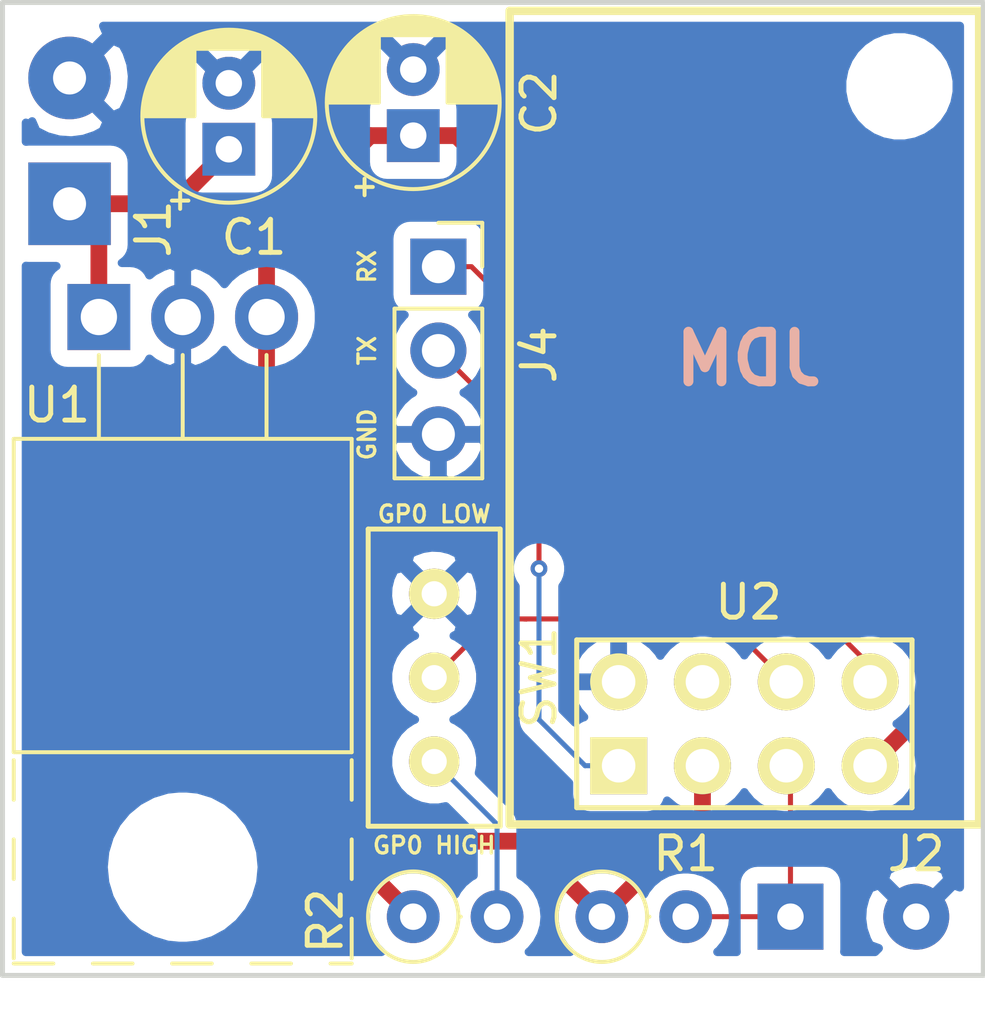
<source format=kicad_pcb>
(kicad_pcb (version 20171130) (host pcbnew "(5.1.4-0-10_14)")

  (general
    (thickness 1.6)
    (drawings 10)
    (tracks 41)
    (zones 0)
    (modules 11)
    (nets 10)
  )

  (page A4)
  (layers
    (0 F.Cu signal)
    (31 B.Cu signal)
    (34 B.Paste user)
    (35 F.Paste user)
    (36 B.SilkS user)
    (37 F.SilkS user)
    (38 B.Mask user)
    (39 F.Mask user)
    (40 Dwgs.User user)
    (41 Cmts.User user)
    (42 Eco1.User user)
    (43 Eco2.User user)
    (44 Edge.Cuts user)
    (45 Margin user)
    (46 B.CrtYd user)
    (47 F.CrtYd user)
  )

  (setup
    (last_trace_width 0.508)
    (user_trace_width 0.254)
    (user_trace_width 0.381)
    (user_trace_width 0.508)
    (user_trace_width 0.8128)
    (trace_clearance 0.1524)
    (zone_clearance 0.508)
    (zone_45_only yes)
    (trace_min 0.1524)
    (via_size 0.508)
    (via_drill 0.254)
    (via_min_size 0.508)
    (via_min_drill 0.254)
    (uvia_size 0.508)
    (uvia_drill 0.254)
    (uvias_allowed no)
    (uvia_min_size 0.508)
    (uvia_min_drill 0.254)
    (edge_width 0.15)
    (segment_width 0.2)
    (pcb_text_width 0.3)
    (pcb_text_size 1.5 1.5)
    (mod_edge_width 0.15)
    (mod_text_size 1 1)
    (mod_text_width 0.15)
    (pad_size 1.524 1.524)
    (pad_drill 0.762)
    (pad_to_mask_clearance 0.0508)
    (solder_mask_min_width 0.1016)
    (aux_axis_origin 0 0)
    (visible_elements FFFFFF7F)
    (pcbplotparams
      (layerselection 0x010fc_ffffffff)
      (usegerberextensions false)
      (usegerberattributes false)
      (usegerberadvancedattributes false)
      (creategerberjobfile false)
      (excludeedgelayer true)
      (linewidth 0.100000)
      (plotframeref false)
      (viasonmask false)
      (mode 1)
      (useauxorigin false)
      (hpglpennumber 1)
      (hpglpenspeed 20)
      (hpglpendiameter 15.000000)
      (psnegative false)
      (psa4output false)
      (plotreference true)
      (plotvalue true)
      (plotinvisibletext false)
      (padsonsilk false)
      (subtractmaskfromsilk false)
      (outputformat 1)
      (mirror false)
      (drillshape 1)
      (scaleselection 1)
      (outputdirectory ""))
  )

  (net 0 "")
  (net 1 GND)
  (net 2 VCC)
  (net 3 +3V3)
  (net 4 /RX)
  (net 5 /TX)
  (net 6 "Net-(R2-Pad2)")
  (net 7 "Net-(SW1-Pad2)")
  (net 8 "Net-(U2-Pad4)")
  (net 9 "Net-(J2-Pad1)")

  (net_class Default "This is the default net class."
    (clearance 0.1524)
    (trace_width 0.1524)
    (via_dia 0.508)
    (via_drill 0.254)
    (uvia_dia 0.508)
    (uvia_drill 0.254)
    (diff_pair_width 0.1524)
    (diff_pair_gap 0.1524)
    (add_net +3V3)
    (add_net /RX)
    (add_net /TX)
    (add_net GND)
    (add_net "Net-(J2-Pad1)")
    (add_net "Net-(R2-Pad2)")
    (add_net "Net-(SW1-Pad2)")
    (add_net "Net-(U2-Pad4)")
    (add_net VCC)
  )

  (module Connector_PinSocket_2.54mm:PinSocket_1x03_P2.54mm_Vertical (layer F.Cu) (tedit 5A19A429) (tstamp 5DDF75F8)
    (at 126.492 93.091)
    (descr "Through hole straight socket strip, 1x03, 2.54mm pitch, single row (from Kicad 4.0.7), script generated")
    (tags "Through hole socket strip THT 1x03 2.54mm single row")
    (path /5DDF2A3C)
    (fp_text reference J4 (at 3.048 2.667 90) (layer F.SilkS)
      (effects (font (size 1 1) (thickness 0.15)))
    )
    (fp_text value Conn_01x03_Female (at 0 7.85) (layer F.Fab)
      (effects (font (size 1 1) (thickness 0.15)))
    )
    (fp_text user %R (at 0 2.54 90) (layer F.Fab)
      (effects (font (size 1 1) (thickness 0.15)))
    )
    (fp_line (start -1.8 6.85) (end -1.8 -1.8) (layer F.CrtYd) (width 0.05))
    (fp_line (start 1.75 6.85) (end -1.8 6.85) (layer F.CrtYd) (width 0.05))
    (fp_line (start 1.75 -1.8) (end 1.75 6.85) (layer F.CrtYd) (width 0.05))
    (fp_line (start -1.8 -1.8) (end 1.75 -1.8) (layer F.CrtYd) (width 0.05))
    (fp_line (start 0 -1.33) (end 1.33 -1.33) (layer F.SilkS) (width 0.12))
    (fp_line (start 1.33 -1.33) (end 1.33 0) (layer F.SilkS) (width 0.12))
    (fp_line (start 1.33 1.27) (end 1.33 6.41) (layer F.SilkS) (width 0.12))
    (fp_line (start -1.33 6.41) (end 1.33 6.41) (layer F.SilkS) (width 0.12))
    (fp_line (start -1.33 1.27) (end -1.33 6.41) (layer F.SilkS) (width 0.12))
    (fp_line (start -1.33 1.27) (end 1.33 1.27) (layer F.SilkS) (width 0.12))
    (fp_line (start -1.27 6.35) (end -1.27 -1.27) (layer F.Fab) (width 0.1))
    (fp_line (start 1.27 6.35) (end -1.27 6.35) (layer F.Fab) (width 0.1))
    (fp_line (start 1.27 -0.635) (end 1.27 6.35) (layer F.Fab) (width 0.1))
    (fp_line (start 0.635 -1.27) (end 1.27 -0.635) (layer F.Fab) (width 0.1))
    (fp_line (start -1.27 -1.27) (end 0.635 -1.27) (layer F.Fab) (width 0.1))
    (pad 3 thru_hole oval (at 0 5.08) (size 1.7 1.7) (drill 1) (layers *.Cu *.Mask)
      (net 1 GND))
    (pad 2 thru_hole oval (at 0 2.54) (size 1.7 1.7) (drill 1) (layers *.Cu *.Mask)
      (net 5 /TX))
    (pad 1 thru_hole rect (at 0 0) (size 1.7 1.7) (drill 1) (layers *.Cu *.Mask)
      (net 4 /RX))
    (model ${KISYS3DMOD}/Connector_PinSocket_2.54mm.3dshapes/PinSocket_1x03_P2.54mm_Vertical.wrl
      (at (xyz 0 0 0))
      (scale (xyz 1 1 1))
      (rotate (xyz 0 0 0))
    )
  )

  (module Connector_Wire:SolderWirePad_1x02_P3.81mm_Drill1mm (layer F.Cu) (tedit 5AEE5F04) (tstamp 5D52828F)
    (at 115.316 91.186 90)
    (descr "Wire solder connection")
    (tags connector)
    (path /5D54C729)
    (attr virtual)
    (fp_text reference J1 (at -0.762 2.54 90) (layer F.SilkS)
      (effects (font (size 1 1) (thickness 0.15)))
    )
    (fp_text value Conn_01x02 (at 1.905 3.81 90) (layer F.Fab)
      (effects (font (size 1 1) (thickness 0.15)))
    )
    (fp_line (start 5.56 1.75) (end -1.74 1.75) (layer F.CrtYd) (width 0.05))
    (fp_line (start 5.56 1.75) (end 5.56 -1.75) (layer F.CrtYd) (width 0.05))
    (fp_line (start -1.74 -1.75) (end -1.74 1.75) (layer F.CrtYd) (width 0.05))
    (fp_line (start -1.74 -1.75) (end 5.56 -1.75) (layer F.CrtYd) (width 0.05))
    (fp_text user %R (at 1.905 0 90) (layer F.Fab)
      (effects (font (size 1 1) (thickness 0.15)))
    )
    (pad 2 thru_hole circle (at 3.81 0 90) (size 2.49936 2.49936) (drill 1.00076) (layers *.Cu *.Mask)
      (net 1 GND))
    (pad 1 thru_hole rect (at 0 0 90) (size 2.49936 2.49936) (drill 1.00076) (layers *.Cu *.Mask)
      (net 2 VCC))
  )

  (module Connector_Wire:SolderWirePad_1x02_P3.81mm_Drill0.8mm (layer F.Cu) (tedit 5AEE54BF) (tstamp 5D52829A)
    (at 137.16 112.776)
    (descr "Wire solder connection")
    (tags connector)
    (path /5D54BDDD)
    (attr virtual)
    (fp_text reference J2 (at 3.81 -1.905 180) (layer F.SilkS)
      (effects (font (size 1 1) (thickness 0.15)))
    )
    (fp_text value Conn_01x02 (at 1.905 2.54) (layer F.Fab)
      (effects (font (size 1 1) (thickness 0.15)))
    )
    (fp_line (start 5.31 1.5) (end -1.49 1.5) (layer F.CrtYd) (width 0.05))
    (fp_line (start 5.31 1.5) (end 5.31 -1.5) (layer F.CrtYd) (width 0.05))
    (fp_line (start -1.49 -1.5) (end -1.49 1.5) (layer F.CrtYd) (width 0.05))
    (fp_line (start -1.49 -1.5) (end 5.31 -1.5) (layer F.CrtYd) (width 0.05))
    (fp_text user %R (at 1.905 0) (layer F.Fab)
      (effects (font (size 1 1) (thickness 0.15)))
    )
    (pad 2 thru_hole circle (at 3.81 0) (size 1.99898 1.99898) (drill 0.8001) (layers *.Cu *.Mask)
      (net 1 GND))
    (pad 1 thru_hole rect (at 0 0) (size 1.99898 1.99898) (drill 0.8001) (layers *.Cu *.Mask)
      (net 9 "Net-(J2-Pad1)"))
  )

  (module MountingHole:MountingHole_2.2mm_M2_DIN965 (layer F.Cu) (tedit 56D1B4CB) (tstamp 5D51A530)
    (at 140.462 87.63)
    (descr "Mounting Hole 2.2mm, no annular, M2, DIN965")
    (tags "mounting hole 2.2mm no annular m2 din965")
    (attr virtual)
    (fp_text reference REF** (at -2.54 0 90) (layer F.SilkS) hide
      (effects (font (size 1 1) (thickness 0.15)))
    )
    (fp_text value MountingHole_2.2mm_M2_DIN965 (at 0 2.9) (layer F.Fab)
      (effects (font (size 1 1) (thickness 0.15)))
    )
    (fp_circle (center 0 0) (end 2.15 0) (layer F.CrtYd) (width 0.05))
    (fp_circle (center 0 0) (end 1.9 0) (layer Cmts.User) (width 0.15))
    (fp_text user %R (at 0.3 0) (layer F.Fab)
      (effects (font (size 1 1) (thickness 0.15)))
    )
    (pad 1 np_thru_hole circle (at 0 0) (size 2.2 2.2) (drill 2.2) (layers *.Cu *.Mask))
  )

  (module ESP8266:ESP-01 (layer F.Cu) (tedit 577EF889) (tstamp 5DDF813C)
    (at 131.953 108.204 90)
    (descr "Module, ESP-8266, ESP-01, 8 pin")
    (tags "Module ESP-8266 ESP8266")
    (path /5D50807A)
    (fp_text reference U2 (at 4.953 3.937 180) (layer F.SilkS)
      (effects (font (size 1 1) (thickness 0.15)))
    )
    (fp_text value ESP-01v090 (at 12.192 3.556 90) (layer F.Fab)
      (effects (font (size 1 1) (thickness 0.15)))
    )
    (fp_line (start 3.81 -1.27) (end 1.27 -1.27) (layer F.SilkS) (width 0.1524))
    (fp_line (start 3.81 8.89) (end 3.81 -1.27) (layer F.SilkS) (width 0.1524))
    (fp_line (start -1.27 8.89) (end 3.81 8.89) (layer F.SilkS) (width 0.1524))
    (fp_line (start -1.27 1.27) (end -1.27 8.89) (layer F.SilkS) (width 0.1524))
    (fp_line (start -1.75 9.4) (end 4.3 9.4) (layer F.CrtYd) (width 0.05))
    (fp_line (start -1.75 -1.75) (end 4.3 -1.75) (layer F.CrtYd) (width 0.05))
    (fp_line (start 4.3 -1.75) (end 4.3 9.4) (layer F.CrtYd) (width 0.05))
    (fp_line (start -1.75 -1.75) (end -1.75 9.4) (layer F.CrtYd) (width 0.05))
    (fp_line (start -1.27 -1.27) (end -1.27 1.27) (layer F.SilkS) (width 0.1524))
    (fp_line (start 1.27 -1.27) (end -1.27 -1.27) (layer F.SilkS) (width 0.1524))
    (fp_line (start -1.778 10.922) (end -1.778 -3.302) (layer F.Fab) (width 0.05))
    (fp_line (start 22.86 10.922) (end -1.778 10.922) (layer F.Fab) (width 0.05))
    (fp_line (start 22.86 -3.302) (end 22.86 10.922) (layer F.Fab) (width 0.05))
    (fp_line (start -1.778 -3.302) (end 22.86 -3.302) (layer F.Fab) (width 0.05))
    (fp_line (start -1.778 10.922) (end -1.778 -3.302) (layer F.SilkS) (width 0.254))
    (fp_line (start 22.86 10.922) (end -1.778 10.922) (layer F.SilkS) (width 0.254))
    (fp_line (start 22.86 -3.302) (end 22.86 10.922) (layer F.SilkS) (width 0.254))
    (fp_line (start -1.778 -3.302) (end 22.86 -3.302) (layer F.SilkS) (width 0.254))
    (pad 8 thru_hole oval (at 2.54 7.62 90) (size 1.7272 1.7272) (drill 1.016) (layers *.Cu *.Mask F.SilkS)
      (net 4 /RX))
    (pad 7 thru_hole oval (at 0 7.62 90) (size 1.7272 1.7272) (drill 1.016) (layers *.Cu *.Mask F.SilkS)
      (net 3 +3V3))
    (pad 6 thru_hole oval (at 2.54 5.08 90) (size 1.7272 1.7272) (drill 1.016) (layers *.Cu *.Mask F.SilkS)
      (net 7 "Net-(SW1-Pad2)"))
    (pad 5 thru_hole oval (at 0 5.08 90) (size 1.7272 1.7272) (drill 1.016) (layers *.Cu *.Mask F.SilkS)
      (net 9 "Net-(J2-Pad1)"))
    (pad 4 thru_hole oval (at 2.54 2.54 90) (size 1.7272 1.7272) (drill 1.016) (layers *.Cu *.Mask F.SilkS)
      (net 8 "Net-(U2-Pad4)"))
    (pad 3 thru_hole oval (at 0 2.54 90) (size 1.7272 1.7272) (drill 1.016) (layers *.Cu *.Mask F.SilkS)
      (net 3 +3V3))
    (pad 2 thru_hole oval (at 2.54 0 90) (size 1.7272 1.7272) (drill 1.016) (layers *.Cu *.Mask F.SilkS)
      (net 1 GND))
    (pad 1 thru_hole rect (at 0 0 90) (size 1.7272 1.7272) (drill 1.016) (layers *.Cu *.Mask F.SilkS)
      (net 5 /TX))
  )

  (module Package_TO_SOT_THT:TO-220-3_Horizontal_TabUp (layer F.Cu) (tedit 5AC8BA0D) (tstamp 5D517154)
    (at 116.205 94.615)
    (descr "TO-220-3, Horizontal, RM 2.54mm, see https://www.vishay.com/docs/66542/to-220-1.pdf")
    (tags "TO-220-3 Horizontal RM 2.54mm")
    (path /5D50D166)
    (fp_text reference U1 (at -1.27 2.667) (layer F.SilkS)
      (effects (font (size 1 1) (thickness 0.15)))
    )
    (fp_text value MCP1826S (at 2.54 -2) (layer F.Fab)
      (effects (font (size 1 1) (thickness 0.15)))
    )
    (fp_text user %R (at 2.54 20.58) (layer F.Fab)
      (effects (font (size 1 1) (thickness 0.15)))
    )
    (fp_line (start 7.79 -1.25) (end -2.71 -1.25) (layer F.CrtYd) (width 0.05))
    (fp_line (start 7.79 19.71) (end 7.79 -1.25) (layer F.CrtYd) (width 0.05))
    (fp_line (start -2.71 19.71) (end 7.79 19.71) (layer F.CrtYd) (width 0.05))
    (fp_line (start -2.71 -1.25) (end -2.71 19.71) (layer F.CrtYd) (width 0.05))
    (fp_line (start 5.08 1.15) (end 5.08 3.69) (layer F.SilkS) (width 0.12))
    (fp_line (start 2.54 1.15) (end 2.54 3.69) (layer F.SilkS) (width 0.12))
    (fp_line (start 0 1.15) (end 0 3.69) (layer F.SilkS) (width 0.12))
    (fp_line (start 7.66 18.22) (end 7.66 19.42) (layer F.SilkS) (width 0.12))
    (fp_line (start 7.66 15.82) (end 7.66 17.02) (layer F.SilkS) (width 0.12))
    (fp_line (start 7.66 13.42) (end 7.66 14.62) (layer F.SilkS) (width 0.12))
    (fp_line (start -2.58 18.22) (end -2.58 19.42) (layer F.SilkS) (width 0.12))
    (fp_line (start -2.58 15.82) (end -2.58 17.02) (layer F.SilkS) (width 0.12))
    (fp_line (start -2.58 13.42) (end -2.58 14.62) (layer F.SilkS) (width 0.12))
    (fp_line (start 7.02 19.58) (end 7.66 19.58) (layer F.SilkS) (width 0.12))
    (fp_line (start 4.62 19.58) (end 5.82 19.58) (layer F.SilkS) (width 0.12))
    (fp_line (start 2.22 19.58) (end 3.42 19.58) (layer F.SilkS) (width 0.12))
    (fp_line (start -0.181 19.58) (end 1.02 19.58) (layer F.SilkS) (width 0.12))
    (fp_line (start -2.58 19.58) (end -1.38 19.58) (layer F.SilkS) (width 0.12))
    (fp_line (start 7.66 3.69) (end 7.66 13.18) (layer F.SilkS) (width 0.12))
    (fp_line (start -2.58 3.69) (end -2.58 13.18) (layer F.SilkS) (width 0.12))
    (fp_line (start -2.58 13.18) (end 7.66 13.18) (layer F.SilkS) (width 0.12))
    (fp_line (start -2.58 3.69) (end 7.66 3.69) (layer F.SilkS) (width 0.12))
    (fp_line (start 5.08 3.81) (end 5.08 0) (layer F.Fab) (width 0.1))
    (fp_line (start 2.54 3.81) (end 2.54 0) (layer F.Fab) (width 0.1))
    (fp_line (start 0 3.81) (end 0 0) (layer F.Fab) (width 0.1))
    (fp_line (start 7.54 3.81) (end -2.46 3.81) (layer F.Fab) (width 0.1))
    (fp_line (start 7.54 13.06) (end 7.54 3.81) (layer F.Fab) (width 0.1))
    (fp_line (start -2.46 13.06) (end 7.54 13.06) (layer F.Fab) (width 0.1))
    (fp_line (start -2.46 3.81) (end -2.46 13.06) (layer F.Fab) (width 0.1))
    (fp_line (start 7.54 13.06) (end -2.46 13.06) (layer F.Fab) (width 0.1))
    (fp_line (start 7.54 19.46) (end 7.54 13.06) (layer F.Fab) (width 0.1))
    (fp_line (start -2.46 19.46) (end 7.54 19.46) (layer F.Fab) (width 0.1))
    (fp_line (start -2.46 13.06) (end -2.46 19.46) (layer F.Fab) (width 0.1))
    (fp_circle (center 2.54 16.66) (end 4.39 16.66) (layer F.Fab) (width 0.1))
    (pad 3 thru_hole oval (at 5.08 0) (size 1.905 2) (drill 1.1) (layers *.Cu *.Mask)
      (net 3 +3V3))
    (pad 2 thru_hole oval (at 2.54 0) (size 1.905 2) (drill 1.1) (layers *.Cu *.Mask)
      (net 1 GND))
    (pad 1 thru_hole rect (at 0 0) (size 1.905 2) (drill 1.1) (layers *.Cu *.Mask)
      (net 2 VCC))
    (pad "" np_thru_hole oval (at 2.54 16.66) (size 3.5 3.5) (drill 3.5) (layers *.Cu *.Mask))
    (model ${KISYS3DMOD}/Package_TO_SOT_THT.3dshapes/TO-220-3_Horizontal_TabUp.wrl
      (at (xyz 0 0 0))
      (scale (xyz 1 1 1))
      (rotate (xyz 0 0 0))
    )
  )

  (module lifxSwitch:SPDT_THT_Slide_SW (layer F.Cu) (tedit 5D508DE3) (tstamp 5DDF8F9A)
    (at 126.365 105.537 90)
    (path /5D51F3EA)
    (fp_text reference SW1 (at 0 3.175 90) (layer F.SilkS)
      (effects (font (size 1 1) (thickness 0.15)))
    )
    (fp_text value SW_SPDT (at 0 -3.81 90) (layer F.Fab)
      (effects (font (size 1 1) (thickness 0.15)))
    )
    (fp_line (start 4.5 2) (end -4.5 2) (layer F.SilkS) (width 0.15))
    (fp_line (start -4.5 -2) (end 4.5 -2) (layer F.SilkS) (width 0.15))
    (fp_line (start 4.5 -2) (end 4.5 2) (layer F.SilkS) (width 0.15))
    (fp_line (start -4.5 -2) (end -4.5 2) (layer F.SilkS) (width 0.15))
    (pad 3 thru_hole circle (at 2.54 0 90) (size 1.524 1.524) (drill 0.762) (layers *.Cu *.Mask F.SilkS)
      (net 1 GND))
    (pad 1 thru_hole circle (at -2.54 0 90) (size 1.524 1.524) (drill 0.762) (layers *.Cu *.Mask F.SilkS)
      (net 6 "Net-(R2-Pad2)"))
    (pad 2 thru_hole circle (at 0 0 90) (size 1.524 1.524) (drill 0.762) (layers *.Cu *.Mask F.SilkS)
      (net 7 "Net-(SW1-Pad2)"))
    (model /Applications/Kicad/Libraries/Assorted_Components.pretty/Adafruit_SPDT_Slide_SW.wrl
      (at (xyz 0 0 0))
      (scale (xyz 0.3937007874 0.3937007874 0.3937007874))
      (rotate (xyz 0 0 0))
    )
  )

  (module Resistor_THT:R_Axial_DIN0207_L6.3mm_D2.5mm_P2.54mm_Vertical (layer F.Cu) (tedit 5AE5139B) (tstamp 5D51711E)
    (at 125.73 112.776)
    (descr "Resistor, Axial_DIN0207 series, Axial, Vertical, pin pitch=2.54mm, 0.25W = 1/4W, length*diameter=6.3*2.5mm^2, http://cdn-reichelt.de/documents/datenblatt/B400/1_4W%23YAG.pdf")
    (tags "Resistor Axial_DIN0207 series Axial Vertical pin pitch 2.54mm 0.25W = 1/4W length 6.3mm diameter 2.5mm")
    (path /5D5234C7)
    (fp_text reference R2 (at -2.667 0.127 270) (layer F.SilkS)
      (effects (font (size 1 1) (thickness 0.15)))
    )
    (fp_text value 1.2k (at 1.27 2.37) (layer F.Fab)
      (effects (font (size 1 1) (thickness 0.15)))
    )
    (fp_text user %R (at 1.27 -2.37) (layer F.Fab)
      (effects (font (size 1 1) (thickness 0.15)))
    )
    (fp_line (start 3.59 -1.5) (end -1.5 -1.5) (layer F.CrtYd) (width 0.05))
    (fp_line (start 3.59 1.5) (end 3.59 -1.5) (layer F.CrtYd) (width 0.05))
    (fp_line (start -1.5 1.5) (end 3.59 1.5) (layer F.CrtYd) (width 0.05))
    (fp_line (start -1.5 -1.5) (end -1.5 1.5) (layer F.CrtYd) (width 0.05))
    (fp_line (start 1.37 0) (end 1.44 0) (layer F.SilkS) (width 0.12))
    (fp_line (start 0 0) (end 2.54 0) (layer F.Fab) (width 0.1))
    (fp_circle (center 0 0) (end 1.37 0) (layer F.SilkS) (width 0.12))
    (fp_circle (center 0 0) (end 1.25 0) (layer F.Fab) (width 0.1))
    (pad 2 thru_hole oval (at 2.54 0) (size 1.6 1.6) (drill 0.8) (layers *.Cu *.Mask)
      (net 6 "Net-(R2-Pad2)"))
    (pad 1 thru_hole circle (at 0 0) (size 1.6 1.6) (drill 0.8) (layers *.Cu *.Mask)
      (net 3 +3V3))
    (model ${KISYS3DMOD}/Resistor_THT.3dshapes/R_Axial_DIN0207_L6.3mm_D2.5mm_P2.54mm_Vertical.wrl
      (at (xyz 0 0 0))
      (scale (xyz 1 1 1))
      (rotate (xyz 0 0 0))
    )
  )

  (module Resistor_THT:R_Axial_DIN0207_L6.3mm_D2.5mm_P2.54mm_Vertical (layer F.Cu) (tedit 5AE5139B) (tstamp 5D51710F)
    (at 131.445 112.776)
    (descr "Resistor, Axial_DIN0207 series, Axial, Vertical, pin pitch=2.54mm, 0.25W = 1/4W, length*diameter=6.3*2.5mm^2, http://cdn-reichelt.de/documents/datenblatt/B400/1_4W%23YAG.pdf")
    (tags "Resistor Axial_DIN0207 series Axial Vertical pin pitch 2.54mm 0.25W = 1/4W length 6.3mm diameter 2.5mm")
    (path /5D535C9E)
    (fp_text reference R1 (at 2.54 -1.905) (layer F.SilkS)
      (effects (font (size 1 1) (thickness 0.15)))
    )
    (fp_text value 1k (at 1.27 2.37) (layer F.Fab)
      (effects (font (size 1 1) (thickness 0.15)))
    )
    (fp_text user %R (at 1.27 -2.37) (layer F.Fab)
      (effects (font (size 1 1) (thickness 0.15)))
    )
    (fp_line (start 3.59 -1.5) (end -1.5 -1.5) (layer F.CrtYd) (width 0.05))
    (fp_line (start 3.59 1.5) (end 3.59 -1.5) (layer F.CrtYd) (width 0.05))
    (fp_line (start -1.5 1.5) (end 3.59 1.5) (layer F.CrtYd) (width 0.05))
    (fp_line (start -1.5 -1.5) (end -1.5 1.5) (layer F.CrtYd) (width 0.05))
    (fp_line (start 1.37 0) (end 1.44 0) (layer F.SilkS) (width 0.12))
    (fp_line (start 0 0) (end 2.54 0) (layer F.Fab) (width 0.1))
    (fp_circle (center 0 0) (end 1.37 0) (layer F.SilkS) (width 0.12))
    (fp_circle (center 0 0) (end 1.25 0) (layer F.Fab) (width 0.1))
    (pad 2 thru_hole oval (at 2.54 0) (size 1.6 1.6) (drill 0.8) (layers *.Cu *.Mask)
      (net 9 "Net-(J2-Pad1)"))
    (pad 1 thru_hole circle (at 0 0) (size 1.6 1.6) (drill 0.8) (layers *.Cu *.Mask)
      (net 3 +3V3))
    (model ${KISYS3DMOD}/Resistor_THT.3dshapes/R_Axial_DIN0207_L6.3mm_D2.5mm_P2.54mm_Vertical.wrl
      (at (xyz 0 0 0))
      (scale (xyz 1 1 1))
      (rotate (xyz 0 0 0))
    )
  )

  (module Capacitor_THT:CP_Radial_D5.0mm_P2.00mm (layer F.Cu) (tedit 5AE50EF0) (tstamp 5D5170C0)
    (at 125.73 89.122 90)
    (descr "CP, Radial series, Radial, pin pitch=2.00mm, , diameter=5mm, Electrolytic Capacitor")
    (tags "CP Radial series Radial pin pitch 2.00mm  diameter 5mm Electrolytic Capacitor")
    (path /5D510B2E)
    (fp_text reference C2 (at 0.984 3.81 270) (layer F.SilkS)
      (effects (font (size 1 1) (thickness 0.15)))
    )
    (fp_text value 1u (at 1 3.75 90) (layer F.Fab)
      (effects (font (size 1 1) (thickness 0.15)))
    )
    (fp_text user %R (at 1 0 90) (layer F.Fab)
      (effects (font (size 1 1) (thickness 0.15)))
    )
    (fp_line (start -1.554775 -1.725) (end -1.554775 -1.225) (layer F.SilkS) (width 0.12))
    (fp_line (start -1.804775 -1.475) (end -1.304775 -1.475) (layer F.SilkS) (width 0.12))
    (fp_line (start 3.601 -0.284) (end 3.601 0.284) (layer F.SilkS) (width 0.12))
    (fp_line (start 3.561 -0.518) (end 3.561 0.518) (layer F.SilkS) (width 0.12))
    (fp_line (start 3.521 -0.677) (end 3.521 0.677) (layer F.SilkS) (width 0.12))
    (fp_line (start 3.481 -0.805) (end 3.481 0.805) (layer F.SilkS) (width 0.12))
    (fp_line (start 3.441 -0.915) (end 3.441 0.915) (layer F.SilkS) (width 0.12))
    (fp_line (start 3.401 -1.011) (end 3.401 1.011) (layer F.SilkS) (width 0.12))
    (fp_line (start 3.361 -1.098) (end 3.361 1.098) (layer F.SilkS) (width 0.12))
    (fp_line (start 3.321 -1.178) (end 3.321 1.178) (layer F.SilkS) (width 0.12))
    (fp_line (start 3.281 -1.251) (end 3.281 1.251) (layer F.SilkS) (width 0.12))
    (fp_line (start 3.241 -1.319) (end 3.241 1.319) (layer F.SilkS) (width 0.12))
    (fp_line (start 3.201 -1.383) (end 3.201 1.383) (layer F.SilkS) (width 0.12))
    (fp_line (start 3.161 -1.443) (end 3.161 1.443) (layer F.SilkS) (width 0.12))
    (fp_line (start 3.121 -1.5) (end 3.121 1.5) (layer F.SilkS) (width 0.12))
    (fp_line (start 3.081 -1.554) (end 3.081 1.554) (layer F.SilkS) (width 0.12))
    (fp_line (start 3.041 -1.605) (end 3.041 1.605) (layer F.SilkS) (width 0.12))
    (fp_line (start 3.001 1.04) (end 3.001 1.653) (layer F.SilkS) (width 0.12))
    (fp_line (start 3.001 -1.653) (end 3.001 -1.04) (layer F.SilkS) (width 0.12))
    (fp_line (start 2.961 1.04) (end 2.961 1.699) (layer F.SilkS) (width 0.12))
    (fp_line (start 2.961 -1.699) (end 2.961 -1.04) (layer F.SilkS) (width 0.12))
    (fp_line (start 2.921 1.04) (end 2.921 1.743) (layer F.SilkS) (width 0.12))
    (fp_line (start 2.921 -1.743) (end 2.921 -1.04) (layer F.SilkS) (width 0.12))
    (fp_line (start 2.881 1.04) (end 2.881 1.785) (layer F.SilkS) (width 0.12))
    (fp_line (start 2.881 -1.785) (end 2.881 -1.04) (layer F.SilkS) (width 0.12))
    (fp_line (start 2.841 1.04) (end 2.841 1.826) (layer F.SilkS) (width 0.12))
    (fp_line (start 2.841 -1.826) (end 2.841 -1.04) (layer F.SilkS) (width 0.12))
    (fp_line (start 2.801 1.04) (end 2.801 1.864) (layer F.SilkS) (width 0.12))
    (fp_line (start 2.801 -1.864) (end 2.801 -1.04) (layer F.SilkS) (width 0.12))
    (fp_line (start 2.761 1.04) (end 2.761 1.901) (layer F.SilkS) (width 0.12))
    (fp_line (start 2.761 -1.901) (end 2.761 -1.04) (layer F.SilkS) (width 0.12))
    (fp_line (start 2.721 1.04) (end 2.721 1.937) (layer F.SilkS) (width 0.12))
    (fp_line (start 2.721 -1.937) (end 2.721 -1.04) (layer F.SilkS) (width 0.12))
    (fp_line (start 2.681 1.04) (end 2.681 1.971) (layer F.SilkS) (width 0.12))
    (fp_line (start 2.681 -1.971) (end 2.681 -1.04) (layer F.SilkS) (width 0.12))
    (fp_line (start 2.641 1.04) (end 2.641 2.004) (layer F.SilkS) (width 0.12))
    (fp_line (start 2.641 -2.004) (end 2.641 -1.04) (layer F.SilkS) (width 0.12))
    (fp_line (start 2.601 1.04) (end 2.601 2.035) (layer F.SilkS) (width 0.12))
    (fp_line (start 2.601 -2.035) (end 2.601 -1.04) (layer F.SilkS) (width 0.12))
    (fp_line (start 2.561 1.04) (end 2.561 2.065) (layer F.SilkS) (width 0.12))
    (fp_line (start 2.561 -2.065) (end 2.561 -1.04) (layer F.SilkS) (width 0.12))
    (fp_line (start 2.521 1.04) (end 2.521 2.095) (layer F.SilkS) (width 0.12))
    (fp_line (start 2.521 -2.095) (end 2.521 -1.04) (layer F.SilkS) (width 0.12))
    (fp_line (start 2.481 1.04) (end 2.481 2.122) (layer F.SilkS) (width 0.12))
    (fp_line (start 2.481 -2.122) (end 2.481 -1.04) (layer F.SilkS) (width 0.12))
    (fp_line (start 2.441 1.04) (end 2.441 2.149) (layer F.SilkS) (width 0.12))
    (fp_line (start 2.441 -2.149) (end 2.441 -1.04) (layer F.SilkS) (width 0.12))
    (fp_line (start 2.401 1.04) (end 2.401 2.175) (layer F.SilkS) (width 0.12))
    (fp_line (start 2.401 -2.175) (end 2.401 -1.04) (layer F.SilkS) (width 0.12))
    (fp_line (start 2.361 1.04) (end 2.361 2.2) (layer F.SilkS) (width 0.12))
    (fp_line (start 2.361 -2.2) (end 2.361 -1.04) (layer F.SilkS) (width 0.12))
    (fp_line (start 2.321 1.04) (end 2.321 2.224) (layer F.SilkS) (width 0.12))
    (fp_line (start 2.321 -2.224) (end 2.321 -1.04) (layer F.SilkS) (width 0.12))
    (fp_line (start 2.281 1.04) (end 2.281 2.247) (layer F.SilkS) (width 0.12))
    (fp_line (start 2.281 -2.247) (end 2.281 -1.04) (layer F.SilkS) (width 0.12))
    (fp_line (start 2.241 1.04) (end 2.241 2.268) (layer F.SilkS) (width 0.12))
    (fp_line (start 2.241 -2.268) (end 2.241 -1.04) (layer F.SilkS) (width 0.12))
    (fp_line (start 2.201 1.04) (end 2.201 2.29) (layer F.SilkS) (width 0.12))
    (fp_line (start 2.201 -2.29) (end 2.201 -1.04) (layer F.SilkS) (width 0.12))
    (fp_line (start 2.161 1.04) (end 2.161 2.31) (layer F.SilkS) (width 0.12))
    (fp_line (start 2.161 -2.31) (end 2.161 -1.04) (layer F.SilkS) (width 0.12))
    (fp_line (start 2.121 1.04) (end 2.121 2.329) (layer F.SilkS) (width 0.12))
    (fp_line (start 2.121 -2.329) (end 2.121 -1.04) (layer F.SilkS) (width 0.12))
    (fp_line (start 2.081 1.04) (end 2.081 2.348) (layer F.SilkS) (width 0.12))
    (fp_line (start 2.081 -2.348) (end 2.081 -1.04) (layer F.SilkS) (width 0.12))
    (fp_line (start 2.041 1.04) (end 2.041 2.365) (layer F.SilkS) (width 0.12))
    (fp_line (start 2.041 -2.365) (end 2.041 -1.04) (layer F.SilkS) (width 0.12))
    (fp_line (start 2.001 1.04) (end 2.001 2.382) (layer F.SilkS) (width 0.12))
    (fp_line (start 2.001 -2.382) (end 2.001 -1.04) (layer F.SilkS) (width 0.12))
    (fp_line (start 1.961 1.04) (end 1.961 2.398) (layer F.SilkS) (width 0.12))
    (fp_line (start 1.961 -2.398) (end 1.961 -1.04) (layer F.SilkS) (width 0.12))
    (fp_line (start 1.921 1.04) (end 1.921 2.414) (layer F.SilkS) (width 0.12))
    (fp_line (start 1.921 -2.414) (end 1.921 -1.04) (layer F.SilkS) (width 0.12))
    (fp_line (start 1.881 1.04) (end 1.881 2.428) (layer F.SilkS) (width 0.12))
    (fp_line (start 1.881 -2.428) (end 1.881 -1.04) (layer F.SilkS) (width 0.12))
    (fp_line (start 1.841 1.04) (end 1.841 2.442) (layer F.SilkS) (width 0.12))
    (fp_line (start 1.841 -2.442) (end 1.841 -1.04) (layer F.SilkS) (width 0.12))
    (fp_line (start 1.801 1.04) (end 1.801 2.455) (layer F.SilkS) (width 0.12))
    (fp_line (start 1.801 -2.455) (end 1.801 -1.04) (layer F.SilkS) (width 0.12))
    (fp_line (start 1.761 1.04) (end 1.761 2.468) (layer F.SilkS) (width 0.12))
    (fp_line (start 1.761 -2.468) (end 1.761 -1.04) (layer F.SilkS) (width 0.12))
    (fp_line (start 1.721 1.04) (end 1.721 2.48) (layer F.SilkS) (width 0.12))
    (fp_line (start 1.721 -2.48) (end 1.721 -1.04) (layer F.SilkS) (width 0.12))
    (fp_line (start 1.68 1.04) (end 1.68 2.491) (layer F.SilkS) (width 0.12))
    (fp_line (start 1.68 -2.491) (end 1.68 -1.04) (layer F.SilkS) (width 0.12))
    (fp_line (start 1.64 1.04) (end 1.64 2.501) (layer F.SilkS) (width 0.12))
    (fp_line (start 1.64 -2.501) (end 1.64 -1.04) (layer F.SilkS) (width 0.12))
    (fp_line (start 1.6 1.04) (end 1.6 2.511) (layer F.SilkS) (width 0.12))
    (fp_line (start 1.6 -2.511) (end 1.6 -1.04) (layer F.SilkS) (width 0.12))
    (fp_line (start 1.56 1.04) (end 1.56 2.52) (layer F.SilkS) (width 0.12))
    (fp_line (start 1.56 -2.52) (end 1.56 -1.04) (layer F.SilkS) (width 0.12))
    (fp_line (start 1.52 1.04) (end 1.52 2.528) (layer F.SilkS) (width 0.12))
    (fp_line (start 1.52 -2.528) (end 1.52 -1.04) (layer F.SilkS) (width 0.12))
    (fp_line (start 1.48 1.04) (end 1.48 2.536) (layer F.SilkS) (width 0.12))
    (fp_line (start 1.48 -2.536) (end 1.48 -1.04) (layer F.SilkS) (width 0.12))
    (fp_line (start 1.44 1.04) (end 1.44 2.543) (layer F.SilkS) (width 0.12))
    (fp_line (start 1.44 -2.543) (end 1.44 -1.04) (layer F.SilkS) (width 0.12))
    (fp_line (start 1.4 1.04) (end 1.4 2.55) (layer F.SilkS) (width 0.12))
    (fp_line (start 1.4 -2.55) (end 1.4 -1.04) (layer F.SilkS) (width 0.12))
    (fp_line (start 1.36 1.04) (end 1.36 2.556) (layer F.SilkS) (width 0.12))
    (fp_line (start 1.36 -2.556) (end 1.36 -1.04) (layer F.SilkS) (width 0.12))
    (fp_line (start 1.32 1.04) (end 1.32 2.561) (layer F.SilkS) (width 0.12))
    (fp_line (start 1.32 -2.561) (end 1.32 -1.04) (layer F.SilkS) (width 0.12))
    (fp_line (start 1.28 1.04) (end 1.28 2.565) (layer F.SilkS) (width 0.12))
    (fp_line (start 1.28 -2.565) (end 1.28 -1.04) (layer F.SilkS) (width 0.12))
    (fp_line (start 1.24 1.04) (end 1.24 2.569) (layer F.SilkS) (width 0.12))
    (fp_line (start 1.24 -2.569) (end 1.24 -1.04) (layer F.SilkS) (width 0.12))
    (fp_line (start 1.2 1.04) (end 1.2 2.573) (layer F.SilkS) (width 0.12))
    (fp_line (start 1.2 -2.573) (end 1.2 -1.04) (layer F.SilkS) (width 0.12))
    (fp_line (start 1.16 1.04) (end 1.16 2.576) (layer F.SilkS) (width 0.12))
    (fp_line (start 1.16 -2.576) (end 1.16 -1.04) (layer F.SilkS) (width 0.12))
    (fp_line (start 1.12 1.04) (end 1.12 2.578) (layer F.SilkS) (width 0.12))
    (fp_line (start 1.12 -2.578) (end 1.12 -1.04) (layer F.SilkS) (width 0.12))
    (fp_line (start 1.08 1.04) (end 1.08 2.579) (layer F.SilkS) (width 0.12))
    (fp_line (start 1.08 -2.579) (end 1.08 -1.04) (layer F.SilkS) (width 0.12))
    (fp_line (start 1.04 -2.58) (end 1.04 -1.04) (layer F.SilkS) (width 0.12))
    (fp_line (start 1.04 1.04) (end 1.04 2.58) (layer F.SilkS) (width 0.12))
    (fp_line (start 1 -2.58) (end 1 -1.04) (layer F.SilkS) (width 0.12))
    (fp_line (start 1 1.04) (end 1 2.58) (layer F.SilkS) (width 0.12))
    (fp_line (start -0.883605 -1.3375) (end -0.883605 -0.8375) (layer F.Fab) (width 0.1))
    (fp_line (start -1.133605 -1.0875) (end -0.633605 -1.0875) (layer F.Fab) (width 0.1))
    (fp_circle (center 1 0) (end 3.75 0) (layer F.CrtYd) (width 0.05))
    (fp_circle (center 1 0) (end 3.62 0) (layer F.SilkS) (width 0.12))
    (fp_circle (center 1 0) (end 3.5 0) (layer F.Fab) (width 0.1))
    (pad 2 thru_hole circle (at 2 0 90) (size 1.6 1.6) (drill 0.8) (layers *.Cu *.Mask)
      (net 1 GND))
    (pad 1 thru_hole rect (at 0 0 90) (size 1.6 1.6) (drill 0.8) (layers *.Cu *.Mask)
      (net 3 +3V3))
    (model ${KISYS3DMOD}/Capacitor_THT.3dshapes/CP_Radial_D5.0mm_P2.00mm.wrl
      (at (xyz 0 0 0))
      (scale (xyz 1 1 1))
      (rotate (xyz 0 0 0))
    )
  )

  (module Capacitor_THT:CP_Radial_D5.0mm_P2.00mm (layer F.Cu) (tedit 5AE50EF0) (tstamp 5DDF2F40)
    (at 120.142 89.535 90)
    (descr "CP, Radial series, Radial, pin pitch=2.00mm, , diameter=5mm, Electrolytic Capacitor")
    (tags "CP Radial series Radial pin pitch 2.00mm  diameter 5mm Electrolytic Capacitor")
    (path /5D50FD7C)
    (fp_text reference C1 (at -2.667 0.762 180) (layer F.SilkS)
      (effects (font (size 1 1) (thickness 0.15)))
    )
    (fp_text value 4.7u (at 1 3.75 90) (layer F.Fab)
      (effects (font (size 1 1) (thickness 0.15)))
    )
    (fp_text user %R (at 1 0 90) (layer F.Fab)
      (effects (font (size 1 1) (thickness 0.15)))
    )
    (fp_line (start -1.554775 -1.725) (end -1.554775 -1.225) (layer F.SilkS) (width 0.12))
    (fp_line (start -1.804775 -1.475) (end -1.304775 -1.475) (layer F.SilkS) (width 0.12))
    (fp_line (start 3.601 -0.284) (end 3.601 0.284) (layer F.SilkS) (width 0.12))
    (fp_line (start 3.561 -0.518) (end 3.561 0.518) (layer F.SilkS) (width 0.12))
    (fp_line (start 3.521 -0.677) (end 3.521 0.677) (layer F.SilkS) (width 0.12))
    (fp_line (start 3.481 -0.805) (end 3.481 0.805) (layer F.SilkS) (width 0.12))
    (fp_line (start 3.441 -0.915) (end 3.441 0.915) (layer F.SilkS) (width 0.12))
    (fp_line (start 3.401 -1.011) (end 3.401 1.011) (layer F.SilkS) (width 0.12))
    (fp_line (start 3.361 -1.098) (end 3.361 1.098) (layer F.SilkS) (width 0.12))
    (fp_line (start 3.321 -1.178) (end 3.321 1.178) (layer F.SilkS) (width 0.12))
    (fp_line (start 3.281 -1.251) (end 3.281 1.251) (layer F.SilkS) (width 0.12))
    (fp_line (start 3.241 -1.319) (end 3.241 1.319) (layer F.SilkS) (width 0.12))
    (fp_line (start 3.201 -1.383) (end 3.201 1.383) (layer F.SilkS) (width 0.12))
    (fp_line (start 3.161 -1.443) (end 3.161 1.443) (layer F.SilkS) (width 0.12))
    (fp_line (start 3.121 -1.5) (end 3.121 1.5) (layer F.SilkS) (width 0.12))
    (fp_line (start 3.081 -1.554) (end 3.081 1.554) (layer F.SilkS) (width 0.12))
    (fp_line (start 3.041 -1.605) (end 3.041 1.605) (layer F.SilkS) (width 0.12))
    (fp_line (start 3.001 1.04) (end 3.001 1.653) (layer F.SilkS) (width 0.12))
    (fp_line (start 3.001 -1.653) (end 3.001 -1.04) (layer F.SilkS) (width 0.12))
    (fp_line (start 2.961 1.04) (end 2.961 1.699) (layer F.SilkS) (width 0.12))
    (fp_line (start 2.961 -1.699) (end 2.961 -1.04) (layer F.SilkS) (width 0.12))
    (fp_line (start 2.921 1.04) (end 2.921 1.743) (layer F.SilkS) (width 0.12))
    (fp_line (start 2.921 -1.743) (end 2.921 -1.04) (layer F.SilkS) (width 0.12))
    (fp_line (start 2.881 1.04) (end 2.881 1.785) (layer F.SilkS) (width 0.12))
    (fp_line (start 2.881 -1.785) (end 2.881 -1.04) (layer F.SilkS) (width 0.12))
    (fp_line (start 2.841 1.04) (end 2.841 1.826) (layer F.SilkS) (width 0.12))
    (fp_line (start 2.841 -1.826) (end 2.841 -1.04) (layer F.SilkS) (width 0.12))
    (fp_line (start 2.801 1.04) (end 2.801 1.864) (layer F.SilkS) (width 0.12))
    (fp_line (start 2.801 -1.864) (end 2.801 -1.04) (layer F.SilkS) (width 0.12))
    (fp_line (start 2.761 1.04) (end 2.761 1.901) (layer F.SilkS) (width 0.12))
    (fp_line (start 2.761 -1.901) (end 2.761 -1.04) (layer F.SilkS) (width 0.12))
    (fp_line (start 2.721 1.04) (end 2.721 1.937) (layer F.SilkS) (width 0.12))
    (fp_line (start 2.721 -1.937) (end 2.721 -1.04) (layer F.SilkS) (width 0.12))
    (fp_line (start 2.681 1.04) (end 2.681 1.971) (layer F.SilkS) (width 0.12))
    (fp_line (start 2.681 -1.971) (end 2.681 -1.04) (layer F.SilkS) (width 0.12))
    (fp_line (start 2.641 1.04) (end 2.641 2.004) (layer F.SilkS) (width 0.12))
    (fp_line (start 2.641 -2.004) (end 2.641 -1.04) (layer F.SilkS) (width 0.12))
    (fp_line (start 2.601 1.04) (end 2.601 2.035) (layer F.SilkS) (width 0.12))
    (fp_line (start 2.601 -2.035) (end 2.601 -1.04) (layer F.SilkS) (width 0.12))
    (fp_line (start 2.561 1.04) (end 2.561 2.065) (layer F.SilkS) (width 0.12))
    (fp_line (start 2.561 -2.065) (end 2.561 -1.04) (layer F.SilkS) (width 0.12))
    (fp_line (start 2.521 1.04) (end 2.521 2.095) (layer F.SilkS) (width 0.12))
    (fp_line (start 2.521 -2.095) (end 2.521 -1.04) (layer F.SilkS) (width 0.12))
    (fp_line (start 2.481 1.04) (end 2.481 2.122) (layer F.SilkS) (width 0.12))
    (fp_line (start 2.481 -2.122) (end 2.481 -1.04) (layer F.SilkS) (width 0.12))
    (fp_line (start 2.441 1.04) (end 2.441 2.149) (layer F.SilkS) (width 0.12))
    (fp_line (start 2.441 -2.149) (end 2.441 -1.04) (layer F.SilkS) (width 0.12))
    (fp_line (start 2.401 1.04) (end 2.401 2.175) (layer F.SilkS) (width 0.12))
    (fp_line (start 2.401 -2.175) (end 2.401 -1.04) (layer F.SilkS) (width 0.12))
    (fp_line (start 2.361 1.04) (end 2.361 2.2) (layer F.SilkS) (width 0.12))
    (fp_line (start 2.361 -2.2) (end 2.361 -1.04) (layer F.SilkS) (width 0.12))
    (fp_line (start 2.321 1.04) (end 2.321 2.224) (layer F.SilkS) (width 0.12))
    (fp_line (start 2.321 -2.224) (end 2.321 -1.04) (layer F.SilkS) (width 0.12))
    (fp_line (start 2.281 1.04) (end 2.281 2.247) (layer F.SilkS) (width 0.12))
    (fp_line (start 2.281 -2.247) (end 2.281 -1.04) (layer F.SilkS) (width 0.12))
    (fp_line (start 2.241 1.04) (end 2.241 2.268) (layer F.SilkS) (width 0.12))
    (fp_line (start 2.241 -2.268) (end 2.241 -1.04) (layer F.SilkS) (width 0.12))
    (fp_line (start 2.201 1.04) (end 2.201 2.29) (layer F.SilkS) (width 0.12))
    (fp_line (start 2.201 -2.29) (end 2.201 -1.04) (layer F.SilkS) (width 0.12))
    (fp_line (start 2.161 1.04) (end 2.161 2.31) (layer F.SilkS) (width 0.12))
    (fp_line (start 2.161 -2.31) (end 2.161 -1.04) (layer F.SilkS) (width 0.12))
    (fp_line (start 2.121 1.04) (end 2.121 2.329) (layer F.SilkS) (width 0.12))
    (fp_line (start 2.121 -2.329) (end 2.121 -1.04) (layer F.SilkS) (width 0.12))
    (fp_line (start 2.081 1.04) (end 2.081 2.348) (layer F.SilkS) (width 0.12))
    (fp_line (start 2.081 -2.348) (end 2.081 -1.04) (layer F.SilkS) (width 0.12))
    (fp_line (start 2.041 1.04) (end 2.041 2.365) (layer F.SilkS) (width 0.12))
    (fp_line (start 2.041 -2.365) (end 2.041 -1.04) (layer F.SilkS) (width 0.12))
    (fp_line (start 2.001 1.04) (end 2.001 2.382) (layer F.SilkS) (width 0.12))
    (fp_line (start 2.001 -2.382) (end 2.001 -1.04) (layer F.SilkS) (width 0.12))
    (fp_line (start 1.961 1.04) (end 1.961 2.398) (layer F.SilkS) (width 0.12))
    (fp_line (start 1.961 -2.398) (end 1.961 -1.04) (layer F.SilkS) (width 0.12))
    (fp_line (start 1.921 1.04) (end 1.921 2.414) (layer F.SilkS) (width 0.12))
    (fp_line (start 1.921 -2.414) (end 1.921 -1.04) (layer F.SilkS) (width 0.12))
    (fp_line (start 1.881 1.04) (end 1.881 2.428) (layer F.SilkS) (width 0.12))
    (fp_line (start 1.881 -2.428) (end 1.881 -1.04) (layer F.SilkS) (width 0.12))
    (fp_line (start 1.841 1.04) (end 1.841 2.442) (layer F.SilkS) (width 0.12))
    (fp_line (start 1.841 -2.442) (end 1.841 -1.04) (layer F.SilkS) (width 0.12))
    (fp_line (start 1.801 1.04) (end 1.801 2.455) (layer F.SilkS) (width 0.12))
    (fp_line (start 1.801 -2.455) (end 1.801 -1.04) (layer F.SilkS) (width 0.12))
    (fp_line (start 1.761 1.04) (end 1.761 2.468) (layer F.SilkS) (width 0.12))
    (fp_line (start 1.761 -2.468) (end 1.761 -1.04) (layer F.SilkS) (width 0.12))
    (fp_line (start 1.721 1.04) (end 1.721 2.48) (layer F.SilkS) (width 0.12))
    (fp_line (start 1.721 -2.48) (end 1.721 -1.04) (layer F.SilkS) (width 0.12))
    (fp_line (start 1.68 1.04) (end 1.68 2.491) (layer F.SilkS) (width 0.12))
    (fp_line (start 1.68 -2.491) (end 1.68 -1.04) (layer F.SilkS) (width 0.12))
    (fp_line (start 1.64 1.04) (end 1.64 2.501) (layer F.SilkS) (width 0.12))
    (fp_line (start 1.64 -2.501) (end 1.64 -1.04) (layer F.SilkS) (width 0.12))
    (fp_line (start 1.6 1.04) (end 1.6 2.511) (layer F.SilkS) (width 0.12))
    (fp_line (start 1.6 -2.511) (end 1.6 -1.04) (layer F.SilkS) (width 0.12))
    (fp_line (start 1.56 1.04) (end 1.56 2.52) (layer F.SilkS) (width 0.12))
    (fp_line (start 1.56 -2.52) (end 1.56 -1.04) (layer F.SilkS) (width 0.12))
    (fp_line (start 1.52 1.04) (end 1.52 2.528) (layer F.SilkS) (width 0.12))
    (fp_line (start 1.52 -2.528) (end 1.52 -1.04) (layer F.SilkS) (width 0.12))
    (fp_line (start 1.48 1.04) (end 1.48 2.536) (layer F.SilkS) (width 0.12))
    (fp_line (start 1.48 -2.536) (end 1.48 -1.04) (layer F.SilkS) (width 0.12))
    (fp_line (start 1.44 1.04) (end 1.44 2.543) (layer F.SilkS) (width 0.12))
    (fp_line (start 1.44 -2.543) (end 1.44 -1.04) (layer F.SilkS) (width 0.12))
    (fp_line (start 1.4 1.04) (end 1.4 2.55) (layer F.SilkS) (width 0.12))
    (fp_line (start 1.4 -2.55) (end 1.4 -1.04) (layer F.SilkS) (width 0.12))
    (fp_line (start 1.36 1.04) (end 1.36 2.556) (layer F.SilkS) (width 0.12))
    (fp_line (start 1.36 -2.556) (end 1.36 -1.04) (layer F.SilkS) (width 0.12))
    (fp_line (start 1.32 1.04) (end 1.32 2.561) (layer F.SilkS) (width 0.12))
    (fp_line (start 1.32 -2.561) (end 1.32 -1.04) (layer F.SilkS) (width 0.12))
    (fp_line (start 1.28 1.04) (end 1.28 2.565) (layer F.SilkS) (width 0.12))
    (fp_line (start 1.28 -2.565) (end 1.28 -1.04) (layer F.SilkS) (width 0.12))
    (fp_line (start 1.24 1.04) (end 1.24 2.569) (layer F.SilkS) (width 0.12))
    (fp_line (start 1.24 -2.569) (end 1.24 -1.04) (layer F.SilkS) (width 0.12))
    (fp_line (start 1.2 1.04) (end 1.2 2.573) (layer F.SilkS) (width 0.12))
    (fp_line (start 1.2 -2.573) (end 1.2 -1.04) (layer F.SilkS) (width 0.12))
    (fp_line (start 1.16 1.04) (end 1.16 2.576) (layer F.SilkS) (width 0.12))
    (fp_line (start 1.16 -2.576) (end 1.16 -1.04) (layer F.SilkS) (width 0.12))
    (fp_line (start 1.12 1.04) (end 1.12 2.578) (layer F.SilkS) (width 0.12))
    (fp_line (start 1.12 -2.578) (end 1.12 -1.04) (layer F.SilkS) (width 0.12))
    (fp_line (start 1.08 1.04) (end 1.08 2.579) (layer F.SilkS) (width 0.12))
    (fp_line (start 1.08 -2.579) (end 1.08 -1.04) (layer F.SilkS) (width 0.12))
    (fp_line (start 1.04 -2.58) (end 1.04 -1.04) (layer F.SilkS) (width 0.12))
    (fp_line (start 1.04 1.04) (end 1.04 2.58) (layer F.SilkS) (width 0.12))
    (fp_line (start 1 -2.58) (end 1 -1.04) (layer F.SilkS) (width 0.12))
    (fp_line (start 1 1.04) (end 1 2.58) (layer F.SilkS) (width 0.12))
    (fp_line (start -0.883605 -1.3375) (end -0.883605 -0.8375) (layer F.Fab) (width 0.1))
    (fp_line (start -1.133605 -1.0875) (end -0.633605 -1.0875) (layer F.Fab) (width 0.1))
    (fp_circle (center 1 0) (end 3.75 0) (layer F.CrtYd) (width 0.05))
    (fp_circle (center 1 0) (end 3.62 0) (layer F.SilkS) (width 0.12))
    (fp_circle (center 1 0) (end 3.5 0) (layer F.Fab) (width 0.1))
    (pad 2 thru_hole circle (at 2 0 90) (size 1.6 1.6) (drill 0.8) (layers *.Cu *.Mask)
      (net 1 GND))
    (pad 1 thru_hole rect (at 0 0 90) (size 1.6 1.6) (drill 0.8) (layers *.Cu *.Mask)
      (net 2 VCC))
    (model ${KISYS3DMOD}/Capacitor_THT.3dshapes/CP_Radial_D5.0mm_P2.00mm.wrl
      (at (xyz 0 0 0))
      (scale (xyz 1 1 1))
      (rotate (xyz 0 0 0))
    )
  )

  (gr_text "GP0 LOW" (at 126.365 100.584) (layer F.SilkS) (tstamp 5DDF928B)
    (effects (font (size 0.508 0.508) (thickness 0.1016)))
  )
  (gr_text "GP0 HIGH" (at 126.365 110.617) (layer F.SilkS) (tstamp 5DDF9215)
    (effects (font (size 0.508 0.508) (thickness 0.1016)))
  )
  (gr_text GND (at 124.333 98.171 90) (layer F.SilkS) (tstamp 5DDF9014)
    (effects (font (size 0.508 0.508) (thickness 0.1016)))
  )
  (gr_text TX (at 124.333 95.631 90) (layer F.SilkS) (tstamp 5DDF8FF8)
    (effects (font (size 0.508 0.508) (thickness 0.1016)))
  )
  (gr_text RX (at 124.333 93.091 90) (layer F.SilkS)
    (effects (font (size 0.508 0.508) (thickness 0.1016)))
  )
  (gr_text JDM (at 135.89 95.885) (layer B.SilkS)
    (effects (font (size 1.5 1.5) (thickness 0.3)) (justify mirror))
  )
  (gr_line (start 143.002 85.09) (end 113.284 85.09) (layer Edge.Cuts) (width 0.15) (tstamp 5D51A69D))
  (gr_line (start 143.002 114.554) (end 143.002 85.09) (layer Edge.Cuts) (width 0.15))
  (gr_line (start 113.284 114.554) (end 143.002 114.554) (layer Edge.Cuts) (width 0.15))
  (gr_line (start 113.284 85.09) (end 113.284 114.554) (layer Edge.Cuts) (width 0.15))

  (segment (start 116.205 92.075) (end 115.316 91.186) (width 0.508) (layer F.Cu) (net 2))
  (segment (start 116.205 94.615) (end 116.205 92.075) (width 0.508) (layer F.Cu) (net 2))
  (segment (start 115.316 91.186) (end 118.491 91.186) (width 0.508) (layer F.Cu) (net 2))
  (segment (start 118.491 91.186) (end 120.142 89.535) (width 0.508) (layer F.Cu) (net 2))
  (segment (start 121.285 94.615) (end 121.285 94.5675) (width 0.508) (layer F.Cu) (net 3))
  (segment (start 121.285 93.107) (end 121.285 94.615) (width 0.508) (layer F.Cu) (net 3))
  (segment (start 121.285 92.259) (end 121.285 93.107) (width 0.508) (layer F.Cu) (net 3))
  (segment (start 124.422 89.122) (end 121.285 92.259) (width 0.508) (layer F.Cu) (net 3))
  (segment (start 125.73 89.122) (end 124.422 89.122) (width 0.508) (layer F.Cu) (net 3))
  (segment (start 125.73 89.122) (end 127.038 89.122) (width 0.508) (layer F.Cu) (net 3))
  (segment (start 131.445 112.776) (end 129.159 110.49) (width 0.508) (layer F.Cu) (net 3))
  (segment (start 139.573 108.204) (end 141.386 106.391) (width 0.508) (layer F.Cu) (net 3))
  (segment (start 141.386 106.391) (end 141.386 103.47) (width 0.508) (layer F.Cu) (net 3))
  (segment (start 127.038 89.122) (end 141.386 103.47) (width 0.508) (layer F.Cu) (net 3))
  (segment (start 121.285 94.615) (end 121.285 108.331) (width 0.508) (layer F.Cu) (net 3))
  (segment (start 129.159 110.49) (end 123.444 110.49) (width 0.508) (layer F.Cu) (net 3))
  (segment (start 123.444 110.49) (end 125.73 112.776) (width 0.508) (layer F.Cu) (net 3))
  (segment (start 121.285 108.331) (end 123.444 110.49) (width 0.508) (layer F.Cu) (net 3))
  (segment (start 134.493 109.728) (end 134.493 108.204) (width 0.508) (layer F.Cu) (net 3))
  (segment (start 131.445 112.776) (end 134.493 109.728) (width 0.508) (layer F.Cu) (net 3))
  (segment (start 139.573 105.1696) (end 139.573 105.664) (width 0.1524) (layer F.Cu) (net 4))
  (segment (start 127.4944 93.091) (end 139.573 105.1696) (width 0.1524) (layer F.Cu) (net 4))
  (segment (start 126.492 93.091) (end 127.4944 93.091) (width 0.1524) (layer F.Cu) (net 4))
  (segment (start 130.937 108.204) (end 129.54 106.807) (width 0.1524) (layer B.Cu) (net 5))
  (segment (start 131.953 108.204) (end 130.937 108.204) (width 0.1524) (layer B.Cu) (net 5))
  (segment (start 129.54 106.807) (end 129.54 102.235) (width 0.1524) (layer B.Cu) (net 5))
  (segment (start 129.54 102.235) (end 129.54 102.235) (width 0.1524) (layer B.Cu) (net 5) (tstamp 5DDF8DC2))
  (via (at 129.54 102.235) (size 0.508) (drill 0.254) (layers F.Cu B.Cu) (net 5))
  (segment (start 129.54 98.679) (end 129.54 102.235) (width 0.1524) (layer F.Cu) (net 5))
  (segment (start 126.492 95.631) (end 129.54 98.679) (width 0.1524) (layer F.Cu) (net 5))
  (segment (start 126.365 108.077) (end 128.27 109.982) (width 0.1524) (layer B.Cu) (net 6))
  (segment (start 128.27 112.395) (end 128.27 109.982) (width 0.1524) (layer B.Cu) (net 6))
  (segment (start 135.128 103.759) (end 137.033 105.664) (width 0.1524) (layer F.Cu) (net 7))
  (segment (start 128.143 103.759) (end 129.159 103.759) (width 0.1524) (layer F.Cu) (net 7))
  (segment (start 129.159 103.759) (end 135.128 103.759) (width 0.1524) (layer F.Cu) (net 7))
  (segment (start 126.365 105.537) (end 128.143 103.759) (width 0.1524) (layer F.Cu) (net 7))
  (segment (start 129.09363 103.759) (end 129.159 103.759) (width 0.1524) (layer F.Cu) (net 7))
  (segment (start 135.11637 112.776) (end 137.16 112.776) (width 0.1524) (layer F.Cu) (net 9))
  (segment (start 133.985 112.776) (end 135.11637 112.776) (width 0.1524) (layer F.Cu) (net 9))
  (segment (start 137.16 108.331) (end 137.033 108.204) (width 0.1524) (layer F.Cu) (net 9))
  (segment (start 137.16 112.776) (end 137.16 108.331) (width 0.1524) (layer F.Cu) (net 9))

  (zone (net 1) (net_name GND) (layer B.Cu) (tstamp 0) (hatch edge 0.508)
    (connect_pads (clearance 0.508))
    (min_thickness 0.254)
    (fill yes (arc_segments 32) (thermal_gap 0.508) (thermal_bridge_width 0.508))
    (polygon
      (pts
        (xy 113.284 85.09) (xy 143.002 85.12175) (xy 143.002 114.52225) (xy 113.284 114.554)
      )
    )
    (filled_polygon
      (pts
        (xy 125.113708 85.818397) (xy 124.988486 85.885329) (xy 124.916903 86.129298) (xy 125.73 86.942395) (xy 126.543097 86.129298)
        (xy 126.471514 85.885329) (xy 126.29118 85.8) (xy 142.292001 85.8) (xy 142.292 111.888237) (xy 142.10505 111.820555)
        (xy 141.149605 112.776) (xy 141.163748 112.790143) (xy 140.984143 112.969748) (xy 140.97 112.955605) (xy 140.955858 112.969748)
        (xy 140.776253 112.790143) (xy 140.790395 112.776) (xy 139.83495 111.820555) (xy 139.570601 111.916258) (xy 139.429762 112.205787)
        (xy 139.348115 112.517229) (xy 139.328795 112.838615) (xy 139.372546 113.157595) (xy 139.477686 113.461911) (xy 139.570601 113.635742)
        (xy 139.834948 113.731444) (xy 139.722392 113.844) (xy 138.790815 113.844) (xy 138.797562 113.77549) (xy 138.797562 111.77651)
        (xy 138.785302 111.652028) (xy 138.781942 111.64095) (xy 140.014555 111.64095) (xy 140.97 112.596395) (xy 141.925445 111.64095)
        (xy 141.829742 111.376601) (xy 141.540213 111.235762) (xy 141.228771 111.154115) (xy 140.907385 111.134795) (xy 140.588405 111.178546)
        (xy 140.284089 111.283686) (xy 140.110258 111.376601) (xy 140.014555 111.64095) (xy 138.781942 111.64095) (xy 138.748992 111.53233)
        (xy 138.690027 111.422016) (xy 138.610675 111.325325) (xy 138.513984 111.245973) (xy 138.40367 111.187008) (xy 138.283972 111.150698)
        (xy 138.15949 111.138438) (xy 136.16051 111.138438) (xy 136.036028 111.150698) (xy 135.91633 111.187008) (xy 135.806016 111.245973)
        (xy 135.709325 111.325325) (xy 135.629973 111.422016) (xy 135.571008 111.53233) (xy 135.534698 111.652028) (xy 135.522438 111.77651)
        (xy 135.522438 113.77549) (xy 135.529185 113.844) (xy 134.945642 113.844) (xy 135.004608 113.795608) (xy 135.183932 113.577101)
        (xy 135.317182 113.327808) (xy 135.399236 113.057309) (xy 135.426943 112.776) (xy 135.399236 112.494691) (xy 135.317182 112.224192)
        (xy 135.183932 111.974899) (xy 135.004608 111.756392) (xy 134.786101 111.577068) (xy 134.536808 111.443818) (xy 134.266309 111.361764)
        (xy 134.055492 111.341) (xy 133.914508 111.341) (xy 133.703691 111.361764) (xy 133.433192 111.443818) (xy 133.183899 111.577068)
        (xy 132.965392 111.756392) (xy 132.786068 111.974899) (xy 132.71865 112.101029) (xy 132.71668 112.096273) (xy 132.559637 111.861241)
        (xy 132.359759 111.661363) (xy 132.124727 111.50432) (xy 131.863574 111.396147) (xy 131.586335 111.341) (xy 131.303665 111.341)
        (xy 131.026426 111.396147) (xy 130.765273 111.50432) (xy 130.530241 111.661363) (xy 130.330363 111.861241) (xy 130.17332 112.096273)
        (xy 130.065147 112.357426) (xy 130.01 112.634665) (xy 130.01 112.917335) (xy 130.065147 113.194574) (xy 130.17332 113.455727)
        (xy 130.330363 113.690759) (xy 130.483604 113.844) (xy 129.230642 113.844) (xy 129.289608 113.795608) (xy 129.468932 113.577101)
        (xy 129.602182 113.327808) (xy 129.684236 113.057309) (xy 129.711943 112.776) (xy 129.684236 112.494691) (xy 129.602182 112.224192)
        (xy 129.468932 111.974899) (xy 129.289608 111.756392) (xy 129.071101 111.577068) (xy 128.9812 111.529015) (xy 128.9812 110.016928)
        (xy 128.98464 109.982) (xy 128.9812 109.947071) (xy 128.9812 109.947064) (xy 128.970909 109.84258) (xy 128.930242 109.708519)
        (xy 128.864202 109.584967) (xy 128.775327 109.476673) (xy 128.748191 109.454403) (xy 127.719922 108.426134) (xy 127.762 108.214592)
        (xy 127.762 107.939408) (xy 127.708314 107.66951) (xy 127.603005 107.415273) (xy 127.45012 107.186465) (xy 127.255535 106.99188)
        (xy 127.026727 106.838995) (xy 126.949485 106.807) (xy 127.026727 106.775005) (xy 127.255535 106.62212) (xy 127.45012 106.427535)
        (xy 127.603005 106.198727) (xy 127.708314 105.94449) (xy 127.762 105.674592) (xy 127.762 105.399408) (xy 127.708314 105.12951)
        (xy 127.603005 104.875273) (xy 127.45012 104.646465) (xy 127.255535 104.45188) (xy 127.026727 104.298995) (xy 126.955057 104.269308)
        (xy 126.968023 104.264636) (xy 127.08398 104.202656) (xy 127.15096 103.962565) (xy 126.365 103.176605) (xy 125.57904 103.962565)
        (xy 125.64602 104.202656) (xy 125.78176 104.266485) (xy 125.703273 104.298995) (xy 125.474465 104.45188) (xy 125.27988 104.646465)
        (xy 125.126995 104.875273) (xy 125.021686 105.12951) (xy 124.968 105.399408) (xy 124.968 105.674592) (xy 125.021686 105.94449)
        (xy 125.126995 106.198727) (xy 125.27988 106.427535) (xy 125.474465 106.62212) (xy 125.703273 106.775005) (xy 125.780515 106.807)
        (xy 125.703273 106.838995) (xy 125.474465 106.99188) (xy 125.27988 107.186465) (xy 125.126995 107.415273) (xy 125.021686 107.66951)
        (xy 124.968 107.939408) (xy 124.968 108.214592) (xy 125.021686 108.48449) (xy 125.126995 108.738727) (xy 125.27988 108.967535)
        (xy 125.474465 109.16212) (xy 125.703273 109.315005) (xy 125.95751 109.420314) (xy 126.227408 109.474) (xy 126.502592 109.474)
        (xy 126.714134 109.431922) (xy 127.558801 110.276589) (xy 127.5588 111.529015) (xy 127.468899 111.577068) (xy 127.250392 111.756392)
        (xy 127.071068 111.974899) (xy 127.00365 112.101029) (xy 127.00168 112.096273) (xy 126.844637 111.861241) (xy 126.644759 111.661363)
        (xy 126.409727 111.50432) (xy 126.148574 111.396147) (xy 125.871335 111.341) (xy 125.588665 111.341) (xy 125.311426 111.396147)
        (xy 125.050273 111.50432) (xy 124.815241 111.661363) (xy 124.615363 111.861241) (xy 124.45832 112.096273) (xy 124.350147 112.357426)
        (xy 124.295 112.634665) (xy 124.295 112.917335) (xy 124.350147 113.194574) (xy 124.45832 113.455727) (xy 124.615363 113.690759)
        (xy 124.768604 113.844) (xy 113.994 113.844) (xy 113.994 111.275) (xy 116.348461 111.275) (xy 116.39451 111.742542)
        (xy 116.530887 112.192116) (xy 116.752351 112.606446) (xy 117.050391 112.969609) (xy 117.413554 113.267649) (xy 117.827884 113.489113)
        (xy 118.277458 113.62549) (xy 118.627843 113.66) (xy 118.862157 113.66) (xy 119.212542 113.62549) (xy 119.662116 113.489113)
        (xy 120.076446 113.267649) (xy 120.439609 112.969609) (xy 120.737649 112.606446) (xy 120.959113 112.192116) (xy 121.09549 111.742542)
        (xy 121.141539 111.275) (xy 121.09549 110.807458) (xy 120.959113 110.357884) (xy 120.737649 109.943554) (xy 120.439609 109.580391)
        (xy 120.076446 109.282351) (xy 119.662116 109.060887) (xy 119.212542 108.92451) (xy 118.862157 108.89) (xy 118.627843 108.89)
        (xy 118.277458 108.92451) (xy 117.827884 109.060887) (xy 117.413554 109.282351) (xy 117.050391 109.580391) (xy 116.752351 109.943554)
        (xy 116.530887 110.357884) (xy 116.39451 110.807458) (xy 116.348461 111.275) (xy 113.994 111.275) (xy 113.994 103.069017)
        (xy 124.96309 103.069017) (xy 125.004078 103.341133) (xy 125.097364 103.600023) (xy 125.159344 103.71598) (xy 125.399435 103.78296)
        (xy 126.185395 102.997) (xy 126.544605 102.997) (xy 127.330565 103.78296) (xy 127.570656 103.71598) (xy 127.687756 103.466952)
        (xy 127.754023 103.199865) (xy 127.76691 102.924983) (xy 127.725922 102.652867) (xy 127.632636 102.393977) (xy 127.570656 102.27802)
        (xy 127.330565 102.21104) (xy 126.544605 102.997) (xy 126.185395 102.997) (xy 125.399435 102.21104) (xy 125.159344 102.27802)
        (xy 125.042244 102.527048) (xy 124.975977 102.794135) (xy 124.96309 103.069017) (xy 113.994 103.069017) (xy 113.994 102.031435)
        (xy 125.57904 102.031435) (xy 126.365 102.817395) (xy 127.034954 102.147441) (xy 128.651 102.147441) (xy 128.651 102.322559)
        (xy 128.685164 102.494312) (xy 128.752179 102.656099) (xy 128.828801 102.770772) (xy 128.8288 106.772074) (xy 128.82536 106.807)
        (xy 128.8288 106.841926) (xy 128.8288 106.841935) (xy 128.839091 106.946419) (xy 128.879758 107.08048) (xy 128.945798 107.204032)
        (xy 129.034673 107.312326) (xy 129.06181 107.334597) (xy 130.409407 108.682196) (xy 130.431673 108.709327) (xy 130.451328 108.725458)
        (xy 130.451328 109.0676) (xy 130.463588 109.192082) (xy 130.499898 109.31178) (xy 130.558863 109.422094) (xy 130.638215 109.518785)
        (xy 130.734906 109.598137) (xy 130.84522 109.657102) (xy 130.964918 109.693412) (xy 131.0894 109.705672) (xy 132.8166 109.705672)
        (xy 132.941082 109.693412) (xy 133.06078 109.657102) (xy 133.171094 109.598137) (xy 133.267785 109.518785) (xy 133.347137 109.422094)
        (xy 133.406102 109.31178) (xy 133.421586 109.260735) (xy 133.428203 109.268797) (xy 133.656394 109.456069) (xy 133.916736 109.595225)
        (xy 134.199223 109.680916) (xy 134.419381 109.7026) (xy 134.566619 109.7026) (xy 134.786777 109.680916) (xy 135.069264 109.595225)
        (xy 135.329606 109.456069) (xy 135.557797 109.268797) (xy 135.745069 109.040606) (xy 135.763 109.00706) (xy 135.780931 109.040606)
        (xy 135.968203 109.268797) (xy 136.196394 109.456069) (xy 136.456736 109.595225) (xy 136.739223 109.680916) (xy 136.959381 109.7026)
        (xy 137.106619 109.7026) (xy 137.326777 109.680916) (xy 137.609264 109.595225) (xy 137.869606 109.456069) (xy 138.097797 109.268797)
        (xy 138.285069 109.040606) (xy 138.303 109.00706) (xy 138.320931 109.040606) (xy 138.508203 109.268797) (xy 138.736394 109.456069)
        (xy 138.996736 109.595225) (xy 139.279223 109.680916) (xy 139.499381 109.7026) (xy 139.646619 109.7026) (xy 139.866777 109.680916)
        (xy 140.149264 109.595225) (xy 140.409606 109.456069) (xy 140.637797 109.268797) (xy 140.825069 109.040606) (xy 140.964225 108.780264)
        (xy 141.049916 108.497777) (xy 141.078851 108.204) (xy 141.049916 107.910223) (xy 140.964225 107.627736) (xy 140.825069 107.367394)
        (xy 140.637797 107.139203) (xy 140.409606 106.951931) (xy 140.37606 106.934) (xy 140.409606 106.916069) (xy 140.637797 106.728797)
        (xy 140.825069 106.500606) (xy 140.964225 106.240264) (xy 141.049916 105.957777) (xy 141.078851 105.664) (xy 141.049916 105.370223)
        (xy 140.964225 105.087736) (xy 140.825069 104.827394) (xy 140.637797 104.599203) (xy 140.409606 104.411931) (xy 140.149264 104.272775)
        (xy 139.866777 104.187084) (xy 139.646619 104.1654) (xy 139.499381 104.1654) (xy 139.279223 104.187084) (xy 138.996736 104.272775)
        (xy 138.736394 104.411931) (xy 138.508203 104.599203) (xy 138.320931 104.827394) (xy 138.303 104.86094) (xy 138.285069 104.827394)
        (xy 138.097797 104.599203) (xy 137.869606 104.411931) (xy 137.609264 104.272775) (xy 137.326777 104.187084) (xy 137.106619 104.1654)
        (xy 136.959381 104.1654) (xy 136.739223 104.187084) (xy 136.456736 104.272775) (xy 136.196394 104.411931) (xy 135.968203 104.599203)
        (xy 135.780931 104.827394) (xy 135.763 104.86094) (xy 135.745069 104.827394) (xy 135.557797 104.599203) (xy 135.329606 104.411931)
        (xy 135.069264 104.272775) (xy 134.786777 104.187084) (xy 134.566619 104.1654) (xy 134.419381 104.1654) (xy 134.199223 104.187084)
        (xy 133.916736 104.272775) (xy 133.656394 104.411931) (xy 133.428203 104.599203) (xy 133.240931 104.827394) (xy 133.217137 104.87191)
        (xy 133.159817 104.775512) (xy 132.963293 104.557146) (xy 132.727944 104.381316) (xy 132.462814 104.254778) (xy 132.312026 104.209042)
        (xy 132.08 104.330183) (xy 132.08 105.537) (xy 132.1 105.537) (xy 132.1 105.791) (xy 132.08 105.791)
        (xy 132.08 105.811) (xy 131.826 105.811) (xy 131.826 105.791) (xy 130.618536 105.791) (xy 130.498037 106.023027)
        (xy 130.596036 106.299978) (xy 130.746183 106.552488) (xy 130.907692 106.731947) (xy 130.84522 106.750898) (xy 130.734906 106.809863)
        (xy 130.638215 106.889215) (xy 130.633612 106.894824) (xy 130.2512 106.512413) (xy 130.2512 105.304973) (xy 130.498037 105.304973)
        (xy 130.618536 105.537) (xy 131.826 105.537) (xy 131.826 104.330183) (xy 131.593974 104.209042) (xy 131.443186 104.254778)
        (xy 131.178056 104.381316) (xy 130.942707 104.557146) (xy 130.746183 104.775512) (xy 130.596036 105.028022) (xy 130.498037 105.304973)
        (xy 130.2512 105.304973) (xy 130.2512 102.770771) (xy 130.327821 102.656099) (xy 130.394836 102.494312) (xy 130.429 102.322559)
        (xy 130.429 102.147441) (xy 130.394836 101.975688) (xy 130.327821 101.813901) (xy 130.230531 101.668296) (xy 130.106704 101.544469)
        (xy 129.961099 101.447179) (xy 129.799312 101.380164) (xy 129.627559 101.346) (xy 129.452441 101.346) (xy 129.280688 101.380164)
        (xy 129.118901 101.447179) (xy 128.973296 101.544469) (xy 128.849469 101.668296) (xy 128.752179 101.813901) (xy 128.685164 101.975688)
        (xy 128.651 102.147441) (xy 127.034954 102.147441) (xy 127.15096 102.031435) (xy 127.08398 101.791344) (xy 126.834952 101.674244)
        (xy 126.567865 101.607977) (xy 126.292983 101.59509) (xy 126.020867 101.636078) (xy 125.761977 101.729364) (xy 125.64602 101.791344)
        (xy 125.57904 102.031435) (xy 113.994 102.031435) (xy 113.994 98.52789) (xy 125.050524 98.52789) (xy 125.095175 98.675099)
        (xy 125.220359 98.93792) (xy 125.394412 99.171269) (xy 125.610645 99.366178) (xy 125.860748 99.515157) (xy 126.135109 99.612481)
        (xy 126.365 99.491814) (xy 126.365 98.298) (xy 126.619 98.298) (xy 126.619 99.491814) (xy 126.848891 99.612481)
        (xy 127.123252 99.515157) (xy 127.373355 99.366178) (xy 127.589588 99.171269) (xy 127.763641 98.93792) (xy 127.888825 98.675099)
        (xy 127.933476 98.52789) (xy 127.812155 98.298) (xy 126.619 98.298) (xy 126.365 98.298) (xy 125.171845 98.298)
        (xy 125.050524 98.52789) (xy 113.994 98.52789) (xy 113.994 93.066629) (xy 114.06632 93.073752) (xy 114.918045 93.073752)
        (xy 114.898006 93.084463) (xy 114.801315 93.163815) (xy 114.721963 93.260506) (xy 114.662998 93.37082) (xy 114.626688 93.490518)
        (xy 114.614428 93.615) (xy 114.614428 95.615) (xy 114.626688 95.739482) (xy 114.662998 95.85918) (xy 114.721963 95.969494)
        (xy 114.801315 96.066185) (xy 114.898006 96.145537) (xy 115.00832 96.204502) (xy 115.128018 96.240812) (xy 115.2525 96.253072)
        (xy 117.1575 96.253072) (xy 117.281982 96.240812) (xy 117.40168 96.204502) (xy 117.511994 96.145537) (xy 117.608685 96.066185)
        (xy 117.688037 95.969494) (xy 117.737059 95.877781) (xy 117.878077 95.990969) (xy 118.153906 96.134571) (xy 118.37202 96.205563)
        (xy 118.618 96.085594) (xy 118.618 94.742) (xy 118.598 94.742) (xy 118.598 94.488) (xy 118.618 94.488)
        (xy 118.618 93.144406) (xy 118.872 93.144406) (xy 118.872 94.488) (xy 118.892 94.488) (xy 118.892 94.742)
        (xy 118.872 94.742) (xy 118.872 96.085594) (xy 119.11798 96.205563) (xy 119.336094 96.134571) (xy 119.611923 95.990969)
        (xy 119.854437 95.796315) (xy 120.009837 95.611101) (xy 120.157037 95.790463) (xy 120.398766 95.988845) (xy 120.674552 96.136255)
        (xy 120.973797 96.22703) (xy 121.285 96.257681) (xy 121.596204 96.22703) (xy 121.895449 96.136255) (xy 122.171235 95.988845)
        (xy 122.412963 95.790463) (xy 122.54383 95.631) (xy 124.999815 95.631) (xy 125.028487 95.922111) (xy 125.113401 96.202034)
        (xy 125.251294 96.460014) (xy 125.436866 96.686134) (xy 125.662986 96.871706) (xy 125.727523 96.906201) (xy 125.610645 96.975822)
        (xy 125.394412 97.170731) (xy 125.220359 97.40408) (xy 125.095175 97.666901) (xy 125.050524 97.81411) (xy 125.171845 98.044)
        (xy 126.365 98.044) (xy 126.365 98.024) (xy 126.619 98.024) (xy 126.619 98.044) (xy 127.812155 98.044)
        (xy 127.933476 97.81411) (xy 127.888825 97.666901) (xy 127.763641 97.40408) (xy 127.589588 97.170731) (xy 127.373355 96.975822)
        (xy 127.256477 96.906201) (xy 127.321014 96.871706) (xy 127.547134 96.686134) (xy 127.732706 96.460014) (xy 127.870599 96.202034)
        (xy 127.955513 95.922111) (xy 127.984185 95.631) (xy 127.955513 95.339889) (xy 127.870599 95.059966) (xy 127.732706 94.801986)
        (xy 127.547134 94.575866) (xy 127.517313 94.551393) (xy 127.58618 94.530502) (xy 127.696494 94.471537) (xy 127.793185 94.392185)
        (xy 127.872537 94.295494) (xy 127.931502 94.18518) (xy 127.967812 94.065482) (xy 127.980072 93.941) (xy 127.980072 92.241)
        (xy 127.967812 92.116518) (xy 127.931502 91.99682) (xy 127.872537 91.886506) (xy 127.793185 91.789815) (xy 127.696494 91.710463)
        (xy 127.58618 91.651498) (xy 127.466482 91.615188) (xy 127.342 91.602928) (xy 125.642 91.602928) (xy 125.517518 91.615188)
        (xy 125.39782 91.651498) (xy 125.287506 91.710463) (xy 125.190815 91.789815) (xy 125.111463 91.886506) (xy 125.052498 91.99682)
        (xy 125.016188 92.116518) (xy 125.003928 92.241) (xy 125.003928 93.941) (xy 125.016188 94.065482) (xy 125.052498 94.18518)
        (xy 125.111463 94.295494) (xy 125.190815 94.392185) (xy 125.287506 94.471537) (xy 125.39782 94.530502) (xy 125.466687 94.551393)
        (xy 125.436866 94.575866) (xy 125.251294 94.801986) (xy 125.113401 95.059966) (xy 125.028487 95.339889) (xy 124.999815 95.631)
        (xy 122.54383 95.631) (xy 122.611345 95.548734) (xy 122.758755 95.272948) (xy 122.84953 94.973703) (xy 122.8725 94.740485)
        (xy 122.8725 94.489514) (xy 122.84953 94.256296) (xy 122.758755 93.957051) (xy 122.611345 93.681265) (xy 122.412963 93.439537)
        (xy 122.171234 93.241155) (xy 121.895448 93.093745) (xy 121.596203 93.00297) (xy 121.285 92.972319) (xy 120.973796 93.00297)
        (xy 120.674551 93.093745) (xy 120.398765 93.241155) (xy 120.157037 93.439537) (xy 120.009838 93.6189) (xy 119.854437 93.433685)
        (xy 119.611923 93.239031) (xy 119.336094 93.095429) (xy 119.11798 93.024437) (xy 118.872 93.144406) (xy 118.618 93.144406)
        (xy 118.37202 93.024437) (xy 118.153906 93.095429) (xy 117.878077 93.239031) (xy 117.737059 93.352219) (xy 117.688037 93.260506)
        (xy 117.608685 93.163815) (xy 117.511994 93.084463) (xy 117.40168 93.025498) (xy 117.281982 92.989188) (xy 117.1575 92.976928)
        (xy 116.900135 92.976928) (xy 116.920174 92.966217) (xy 117.016865 92.886865) (xy 117.096217 92.790174) (xy 117.155182 92.67986)
        (xy 117.191492 92.560162) (xy 117.203752 92.43568) (xy 117.203752 89.93632) (xy 117.191492 89.811838) (xy 117.155182 89.69214)
        (xy 117.096217 89.581826) (xy 117.016865 89.485135) (xy 116.920174 89.405783) (xy 116.80986 89.346818) (xy 116.690162 89.310508)
        (xy 116.56568 89.298248) (xy 114.06632 89.298248) (xy 113.994 89.305371) (xy 113.994 88.731368) (xy 114.06712 88.804488)
        (xy 114.18223 88.689378) (xy 114.308104 88.979315) (xy 114.640262 89.145139) (xy 114.998387 89.242975) (xy 115.368719 89.269065)
        (xy 115.737025 89.222405) (xy 116.089151 89.104789) (xy 116.323896 88.979315) (xy 116.449771 88.689377) (xy 115.316 87.555605)
        (xy 115.301858 87.569748) (xy 115.122252 87.390142) (xy 115.136395 87.376) (xy 115.495605 87.376) (xy 116.629377 88.509771)
        (xy 116.919315 88.383896) (xy 117.085139 88.051738) (xy 117.182975 87.693613) (xy 117.189181 87.605512) (xy 118.701783 87.605512)
        (xy 118.743213 87.88513) (xy 118.838397 88.151292) (xy 118.903616 88.273309) (xy 118.890815 88.283815) (xy 118.811463 88.380506)
        (xy 118.752498 88.49082) (xy 118.716188 88.610518) (xy 118.703928 88.735) (xy 118.703928 90.335) (xy 118.716188 90.459482)
        (xy 118.752498 90.57918) (xy 118.811463 90.689494) (xy 118.890815 90.786185) (xy 118.987506 90.865537) (xy 119.09782 90.924502)
        (xy 119.217518 90.960812) (xy 119.342 90.973072) (xy 120.942 90.973072) (xy 121.066482 90.960812) (xy 121.18618 90.924502)
        (xy 121.296494 90.865537) (xy 121.393185 90.786185) (xy 121.472537 90.689494) (xy 121.531502 90.57918) (xy 121.567812 90.459482)
        (xy 121.580072 90.335) (xy 121.580072 88.735) (xy 121.567812 88.610518) (xy 121.531502 88.49082) (xy 121.472537 88.380506)
        (xy 121.393185 88.283815) (xy 121.380242 88.273193) (xy 121.499571 88.021004) (xy 121.5683 87.746816) (xy 121.582217 87.464488)
        (xy 121.54192 87.192512) (xy 124.289783 87.192512) (xy 124.331213 87.47213) (xy 124.426397 87.738292) (xy 124.491616 87.860309)
        (xy 124.478815 87.870815) (xy 124.399463 87.967506) (xy 124.340498 88.07782) (xy 124.304188 88.197518) (xy 124.291928 88.322)
        (xy 124.291928 89.922) (xy 124.304188 90.046482) (xy 124.340498 90.16618) (xy 124.399463 90.276494) (xy 124.478815 90.373185)
        (xy 124.575506 90.452537) (xy 124.68582 90.511502) (xy 124.805518 90.547812) (xy 124.93 90.560072) (xy 126.53 90.560072)
        (xy 126.654482 90.547812) (xy 126.77418 90.511502) (xy 126.884494 90.452537) (xy 126.981185 90.373185) (xy 127.060537 90.276494)
        (xy 127.119502 90.16618) (xy 127.155812 90.046482) (xy 127.168072 89.922) (xy 127.168072 88.322) (xy 127.155812 88.197518)
        (xy 127.119502 88.07782) (xy 127.060537 87.967506) (xy 126.981185 87.870815) (xy 126.968242 87.860193) (xy 127.087571 87.608004)
        (xy 127.124891 87.459117) (xy 138.727 87.459117) (xy 138.727 87.800883) (xy 138.793675 88.136081) (xy 138.924463 88.451831)
        (xy 139.114337 88.735998) (xy 139.356002 88.977663) (xy 139.640169 89.167537) (xy 139.955919 89.298325) (xy 140.291117 89.365)
        (xy 140.632883 89.365) (xy 140.968081 89.298325) (xy 141.283831 89.167537) (xy 141.567998 88.977663) (xy 141.809663 88.735998)
        (xy 141.999537 88.451831) (xy 142.130325 88.136081) (xy 142.197 87.800883) (xy 142.197 87.459117) (xy 142.130325 87.123919)
        (xy 141.999537 86.808169) (xy 141.809663 86.524002) (xy 141.567998 86.282337) (xy 141.283831 86.092463) (xy 140.968081 85.961675)
        (xy 140.632883 85.895) (xy 140.291117 85.895) (xy 139.955919 85.961675) (xy 139.640169 86.092463) (xy 139.356002 86.282337)
        (xy 139.114337 86.524002) (xy 138.924463 86.808169) (xy 138.793675 87.123919) (xy 138.727 87.459117) (xy 127.124891 87.459117)
        (xy 127.1563 87.333816) (xy 127.170217 87.051488) (xy 127.128787 86.77187) (xy 127.033603 86.505708) (xy 126.966671 86.380486)
        (xy 126.722702 86.308903) (xy 125.909605 87.122) (xy 125.923748 87.136143) (xy 125.744143 87.315748) (xy 125.73 87.301605)
        (xy 125.715858 87.315748) (xy 125.536253 87.136143) (xy 125.550395 87.122) (xy 124.737298 86.308903) (xy 124.493329 86.380486)
        (xy 124.372429 86.635996) (xy 124.3037 86.910184) (xy 124.289783 87.192512) (xy 121.54192 87.192512) (xy 121.540787 87.18487)
        (xy 121.445603 86.918708) (xy 121.378671 86.793486) (xy 121.134702 86.721903) (xy 120.321605 87.535) (xy 120.335748 87.549143)
        (xy 120.156143 87.728748) (xy 120.142 87.714605) (xy 120.127858 87.728748) (xy 119.948253 87.549143) (xy 119.962395 87.535)
        (xy 119.149298 86.721903) (xy 118.905329 86.793486) (xy 118.784429 87.048996) (xy 118.7157 87.323184) (xy 118.701783 87.605512)
        (xy 117.189181 87.605512) (xy 117.209065 87.323281) (xy 117.162405 86.954975) (xy 117.044789 86.602849) (xy 117.012424 86.542298)
        (xy 119.328903 86.542298) (xy 120.142 87.355395) (xy 120.955097 86.542298) (xy 120.883514 86.298329) (xy 120.628004 86.177429)
        (xy 120.353816 86.1087) (xy 120.071488 86.094783) (xy 119.79187 86.136213) (xy 119.525708 86.231397) (xy 119.400486 86.298329)
        (xy 119.328903 86.542298) (xy 117.012424 86.542298) (xy 116.919315 86.368104) (xy 116.629377 86.242229) (xy 115.495605 87.376)
        (xy 115.136395 87.376) (xy 115.122252 87.361858) (xy 115.301858 87.182252) (xy 115.316 87.196395) (xy 116.449771 86.062623)
        (xy 116.335755 85.8) (xy 125.165151 85.8)
      )
    )
  )
)

</source>
